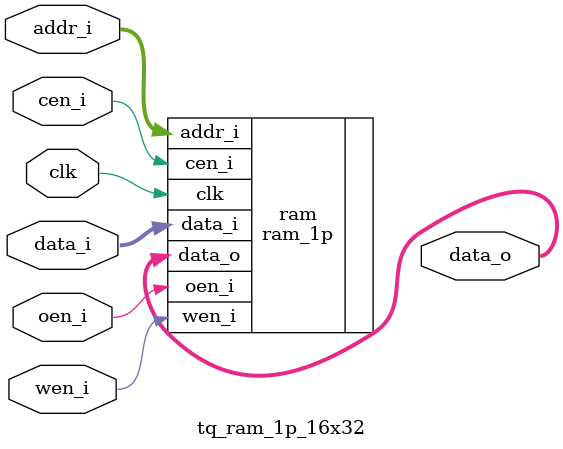
<source format=v>

`include "enc_defines.v"

module tq_ram_1p_16x32 (
  clk    ,
  cen_i  ,
  oen_i  ,
  wen_i  ,
  addr_i ,
  data_i ,
  data_o
);

//*** PARAMETER DECLARATION ****************************************************

  parameter Word_Width = 16 ;
  parameter Addr_Width = 5  ;


//*** INPUT/OUTPUT DECLARATION *************************************************

  input                     clk    ;
  input                     cen_i  ;
  input                     oen_i  ;
  input                     wen_i  ;
  input   [Addr_Width-1:0]  addr_i ;
  input   [Word_Width-1:0]  data_i ;
  output  [Word_Width-1:0]  data_o ;


//*** MAIN BODY ****************************************************************

  ram_1p #(
    .Addr_Width    ( Addr_Width    ),
    .Word_Width    ( Word_Width    )
  ) ram (                          
    .clk           ( clk           ),
    .cen_i         ( cen_i         ),
    .oen_i         ( oen_i         ),
    .wen_i         ( wen_i         ),
    .addr_i        ( addr_i        ),
    .data_i        ( data_i        ),
    .data_o        ( data_o        )
    );


endmodule

</source>
